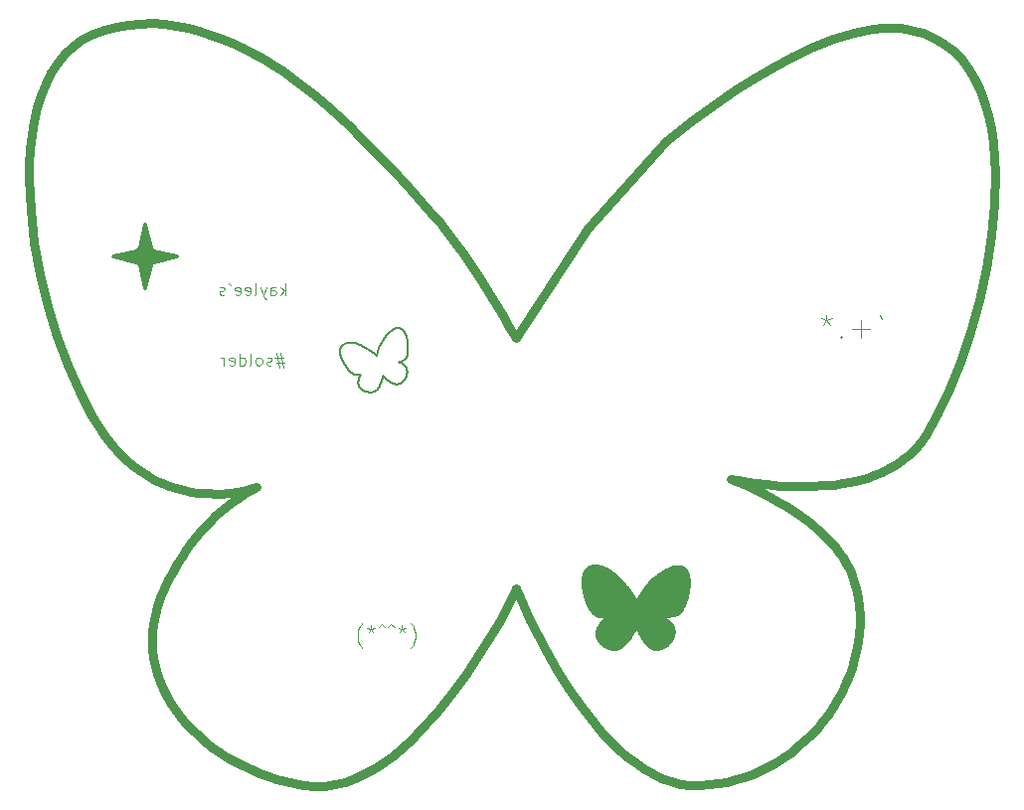
<source format=gbr>
%TF.GenerationSoftware,KiCad,Pcbnew,9.0.2*%
%TF.CreationDate,2025-06-28T05:17:50-07:00*%
%TF.ProjectId,butterfly5,62757474-6572-4666-9c79-352e6b696361,rev?*%
%TF.SameCoordinates,Original*%
%TF.FileFunction,Legend,Bot*%
%TF.FilePolarity,Positive*%
%FSLAX46Y46*%
G04 Gerber Fmt 4.6, Leading zero omitted, Abs format (unit mm)*
G04 Created by KiCad (PCBNEW 9.0.2) date 2025-06-28 05:17:50*
%MOMM*%
%LPD*%
G01*
G04 APERTURE LIST*
%ADD10C,0.000000*%
%ADD11C,0.761999*%
%ADD12C,0.063499*%
%ADD13C,0.132291*%
%ADD14C,0.100000*%
G04 APERTURE END LIST*
D10*
G36*
X116814781Y-81742515D02*
G01*
X116829479Y-81744187D01*
X116844012Y-81746974D01*
X116858297Y-81750875D01*
X116872251Y-81755891D01*
X116885791Y-81762021D01*
X116898836Y-81769266D01*
X116911301Y-81777626D01*
X116923105Y-81787101D01*
X116934165Y-81797690D01*
X116944397Y-81809393D01*
X116953720Y-81822211D01*
X116962050Y-81836144D01*
X116969306Y-81851192D01*
X116975404Y-81867354D01*
X116980261Y-81884631D01*
X117437963Y-83824313D01*
X117441415Y-83836937D01*
X117445706Y-83849176D01*
X117450804Y-83861000D01*
X117456676Y-83872376D01*
X117463289Y-83883270D01*
X117470612Y-83893650D01*
X117478612Y-83903485D01*
X117487255Y-83912740D01*
X117496510Y-83921384D01*
X117506344Y-83929384D01*
X117516724Y-83936707D01*
X117527617Y-83943322D01*
X117538992Y-83949194D01*
X117550816Y-83954293D01*
X117563056Y-83958585D01*
X117575679Y-83962037D01*
X119515366Y-84419739D01*
X119532643Y-84424596D01*
X119548806Y-84430694D01*
X119563854Y-84437950D01*
X119577787Y-84446280D01*
X119590605Y-84455603D01*
X119602309Y-84465835D01*
X119612899Y-84476895D01*
X119622373Y-84488699D01*
X119630733Y-84501164D01*
X119637978Y-84514209D01*
X119644109Y-84527749D01*
X119649125Y-84541703D01*
X119653026Y-84555988D01*
X119655813Y-84570521D01*
X119657485Y-84585219D01*
X119658042Y-84600000D01*
X119657485Y-84614781D01*
X119655813Y-84629479D01*
X119653026Y-84644012D01*
X119649125Y-84658297D01*
X119644109Y-84672251D01*
X119637978Y-84685791D01*
X119630733Y-84698836D01*
X119622373Y-84711301D01*
X119612899Y-84723105D01*
X119602309Y-84734165D01*
X119590605Y-84744397D01*
X119577787Y-84753720D01*
X119563854Y-84762050D01*
X119548806Y-84769306D01*
X119532643Y-84775404D01*
X119515366Y-84780261D01*
X117575679Y-85237963D01*
X117563056Y-85241415D01*
X117550816Y-85245706D01*
X117538992Y-85250804D01*
X117527617Y-85256676D01*
X117516724Y-85263289D01*
X117506344Y-85270612D01*
X117496510Y-85278612D01*
X117487255Y-85287255D01*
X117478612Y-85296510D01*
X117470612Y-85306344D01*
X117463289Y-85316724D01*
X117456676Y-85327617D01*
X117450804Y-85338992D01*
X117445706Y-85350816D01*
X117441415Y-85363056D01*
X117437963Y-85375679D01*
X116980261Y-87315366D01*
X116975404Y-87332643D01*
X116969306Y-87348806D01*
X116962050Y-87363854D01*
X116953720Y-87377787D01*
X116944397Y-87390605D01*
X116934165Y-87402309D01*
X116923105Y-87412899D01*
X116911301Y-87422373D01*
X116898836Y-87430733D01*
X116885791Y-87437978D01*
X116872251Y-87444109D01*
X116858297Y-87449125D01*
X116844012Y-87453026D01*
X116829479Y-87455813D01*
X116814781Y-87457485D01*
X116800000Y-87458042D01*
X116785219Y-87457485D01*
X116770521Y-87455813D01*
X116755988Y-87453026D01*
X116741703Y-87449125D01*
X116727749Y-87444109D01*
X116714209Y-87437978D01*
X116701164Y-87430733D01*
X116688699Y-87422373D01*
X116676895Y-87412899D01*
X116665835Y-87402309D01*
X116655603Y-87390605D01*
X116646280Y-87377787D01*
X116637950Y-87363854D01*
X116630694Y-87348806D01*
X116624596Y-87332643D01*
X116619739Y-87315366D01*
X116162037Y-85375679D01*
X116158585Y-85363056D01*
X116154293Y-85350816D01*
X116149194Y-85338992D01*
X116143322Y-85327617D01*
X116136707Y-85316724D01*
X116129384Y-85306344D01*
X116121384Y-85296510D01*
X116112740Y-85287255D01*
X116103485Y-85278612D01*
X116093650Y-85270612D01*
X116083270Y-85263289D01*
X116072376Y-85256676D01*
X116061000Y-85250804D01*
X116049176Y-85245706D01*
X116036937Y-85241415D01*
X116024313Y-85237963D01*
X114084631Y-84780261D01*
X114067354Y-84775404D01*
X114051192Y-84769306D01*
X114036144Y-84762050D01*
X114022211Y-84753720D01*
X114009393Y-84744397D01*
X113997690Y-84734165D01*
X113987101Y-84723105D01*
X113977626Y-84711301D01*
X113969266Y-84698836D01*
X113962021Y-84685791D01*
X113955891Y-84672251D01*
X113950875Y-84658297D01*
X113946974Y-84644012D01*
X113944187Y-84629479D01*
X113942515Y-84614781D01*
X113941958Y-84600000D01*
X113942515Y-84585219D01*
X113944187Y-84570521D01*
X113946974Y-84555988D01*
X113950875Y-84541703D01*
X113955891Y-84527749D01*
X113962021Y-84514209D01*
X113969266Y-84501164D01*
X113977626Y-84488699D01*
X113987101Y-84476895D01*
X113997690Y-84465835D01*
X114009393Y-84455603D01*
X114022211Y-84446280D01*
X114036144Y-84437950D01*
X114051192Y-84430694D01*
X114067354Y-84424596D01*
X114084631Y-84419739D01*
X116024313Y-83962037D01*
X116036937Y-83958585D01*
X116049176Y-83954293D01*
X116061000Y-83949194D01*
X116072376Y-83943322D01*
X116083270Y-83936707D01*
X116093650Y-83929384D01*
X116103485Y-83921384D01*
X116112740Y-83912740D01*
X116121384Y-83903485D01*
X116129384Y-83893650D01*
X116136707Y-83883270D01*
X116143322Y-83872376D01*
X116149194Y-83861000D01*
X116154293Y-83849176D01*
X116158585Y-83836937D01*
X116162037Y-83824313D01*
X116619739Y-81884631D01*
X116624596Y-81867354D01*
X116630694Y-81851192D01*
X116637950Y-81836144D01*
X116646280Y-81822211D01*
X116655603Y-81809393D01*
X116665835Y-81797689D01*
X116676895Y-81787100D01*
X116688699Y-81777626D01*
X116701164Y-81769266D01*
X116714209Y-81762021D01*
X116727749Y-81755891D01*
X116741703Y-81750875D01*
X116755988Y-81746974D01*
X116770521Y-81744187D01*
X116785219Y-81742515D01*
X116800000Y-81741958D01*
X116814781Y-81742515D01*
G37*
D11*
X118400000Y-64800000D02*
X119397991Y-64932196D01*
X120385448Y-65126551D01*
X121360243Y-65377798D01*
X122320249Y-65680669D01*
X123263337Y-66029898D01*
X124187380Y-66420217D01*
X125090250Y-66846360D01*
X125969820Y-67303059D01*
X126823960Y-67785047D01*
X127650545Y-68287058D01*
X128447445Y-68803823D01*
X129943682Y-69860549D01*
X131295649Y-70913090D01*
X132486323Y-71919307D01*
X133498682Y-72837065D01*
X134315704Y-73624227D01*
X134920367Y-74238654D01*
X135424524Y-74780761D01*
X136152998Y-75505036D01*
X137938623Y-77331286D01*
X139040460Y-78495195D01*
X140181698Y-79739649D01*
X141287374Y-80999665D01*
X141803450Y-81615202D01*
X142282525Y-82210260D01*
X142794323Y-82879231D01*
X143316855Y-83594209D01*
X143844083Y-84342892D01*
X144369969Y-85112974D01*
X145393571Y-86668128D01*
X146339364Y-88161242D01*
X147159053Y-89493890D01*
X147804340Y-90567644D01*
X148378525Y-91544760D01*
X154474523Y-82210260D01*
X161142021Y-74780761D01*
X163294927Y-73070632D01*
X165665389Y-71351027D01*
X167080592Y-70397022D01*
X168613480Y-69426666D01*
X170237330Y-68474798D01*
X171925420Y-67576255D01*
X173651027Y-66765875D01*
X175387428Y-66078497D01*
X177107901Y-65548957D01*
X177953813Y-65354264D01*
X178785722Y-65212095D01*
X179600288Y-65126805D01*
X180394170Y-65102749D01*
X181164028Y-65144280D01*
X181906522Y-65255755D01*
X182966563Y-65541194D01*
X183931480Y-65942585D01*
X184804215Y-66453462D01*
X185587710Y-67067359D01*
X186284907Y-67777811D01*
X186898749Y-68578352D01*
X187432178Y-69462516D01*
X187888137Y-70423837D01*
X188269567Y-71455849D01*
X188579411Y-72552086D01*
X188820612Y-73706084D01*
X188996111Y-74911375D01*
X189161776Y-77449975D01*
X189099943Y-80116160D01*
X188834151Y-82858204D01*
X188387940Y-85624379D01*
X187784848Y-88362960D01*
X187048413Y-91022219D01*
X186202174Y-93550430D01*
X185269670Y-95895867D01*
X184274439Y-98006801D01*
X183240020Y-99831508D01*
X182823743Y-100428786D01*
X182363237Y-100971997D01*
X181862267Y-101463444D01*
X181324603Y-101905428D01*
X180754010Y-102300253D01*
X180154256Y-102650220D01*
X179529108Y-102957632D01*
X178882334Y-103224790D01*
X178217700Y-103453997D01*
X177538974Y-103647555D01*
X176849923Y-103807766D01*
X176154315Y-103936933D01*
X175455916Y-104037357D01*
X174758493Y-104111341D01*
X173381647Y-104189197D01*
X172053915Y-104188918D01*
X170805433Y-104128922D01*
X169666340Y-104027626D01*
X168666773Y-103903448D01*
X167206769Y-103660114D01*
X166666523Y-103546260D01*
X167071462Y-103702235D01*
X168150134Y-104164376D01*
X168878304Y-104507547D01*
X169698325Y-104924005D01*
X170584673Y-105412665D01*
X171511820Y-105972444D01*
X172454238Y-106602256D01*
X173386402Y-107301017D01*
X174282783Y-108067641D01*
X174709579Y-108476064D01*
X175117856Y-108901045D01*
X175504425Y-109342450D01*
X175866094Y-109800144D01*
X176199672Y-110273990D01*
X176501969Y-110763852D01*
X176769793Y-111269597D01*
X176999954Y-111791086D01*
X177189261Y-112328186D01*
X177334523Y-112880761D01*
X177476941Y-113647593D01*
X177570607Y-114413352D01*
X177616787Y-115176577D01*
X177616751Y-115935810D01*
X177571766Y-116689589D01*
X177483099Y-117436455D01*
X177352020Y-118174946D01*
X177179796Y-118903604D01*
X176967694Y-119620968D01*
X176716983Y-120325577D01*
X176428931Y-121015972D01*
X176104805Y-121690693D01*
X175745874Y-122348278D01*
X175353405Y-122987269D01*
X174928667Y-123606204D01*
X174472928Y-124203624D01*
X173987454Y-124778069D01*
X173473515Y-125328078D01*
X172932379Y-125852191D01*
X172365312Y-126348948D01*
X171773584Y-126816888D01*
X171158461Y-127254553D01*
X170521213Y-127660480D01*
X169863107Y-128033211D01*
X169185410Y-128371286D01*
X168489392Y-128673242D01*
X167776319Y-128937622D01*
X167047460Y-129162964D01*
X166304083Y-129347809D01*
X165547455Y-129490696D01*
X164778845Y-129590164D01*
X163999521Y-129644755D01*
X163168051Y-129628427D01*
X162350640Y-129515979D01*
X161548096Y-129313748D01*
X160761229Y-129028074D01*
X159990847Y-128665292D01*
X159237761Y-128231740D01*
X158502778Y-127733756D01*
X157786708Y-127177678D01*
X157090360Y-126569842D01*
X156414544Y-125916586D01*
X155760067Y-125224248D01*
X155127740Y-124499165D01*
X153932770Y-122976114D01*
X152836105Y-121398133D01*
X151844220Y-119815921D01*
X150963586Y-118280179D01*
X150200675Y-116841606D01*
X149561962Y-115550901D01*
X148683014Y-113615895D01*
X148378525Y-112880761D01*
X147991072Y-113663519D01*
X146888529Y-115714180D01*
X146097139Y-117075469D01*
X145160623Y-118586327D01*
X144090197Y-120190953D01*
X142897078Y-121833544D01*
X141592480Y-123458298D01*
X140187620Y-125009412D01*
X139451097Y-125739917D01*
X138693713Y-126431085D01*
X137916872Y-127075943D01*
X137121975Y-127667515D01*
X136310424Y-128198825D01*
X135483621Y-128662899D01*
X134642968Y-129052761D01*
X133789868Y-129361435D01*
X132925721Y-129581947D01*
X132051930Y-129707321D01*
X131169897Y-129730582D01*
X130281024Y-129644755D01*
X129513300Y-129504266D01*
X128751697Y-129329868D01*
X127998154Y-129122479D01*
X127254613Y-128883016D01*
X126523013Y-128612398D01*
X125805297Y-128311540D01*
X125103404Y-127981361D01*
X124419274Y-127622778D01*
X123754849Y-127236708D01*
X123112068Y-126824069D01*
X122492873Y-126385778D01*
X121899204Y-125922752D01*
X121333002Y-125435910D01*
X120796207Y-124926167D01*
X120290760Y-124394442D01*
X119818601Y-123841652D01*
X119381671Y-123268715D01*
X118981910Y-122676547D01*
X118621259Y-122066067D01*
X118301659Y-121438191D01*
X118025051Y-120793837D01*
X117793374Y-120133922D01*
X117608569Y-119459364D01*
X117472577Y-118771080D01*
X117387339Y-118069987D01*
X117354794Y-117357004D01*
X117376885Y-116633046D01*
X117455550Y-115899032D01*
X117592731Y-115155880D01*
X117790369Y-114404505D01*
X118050403Y-113645826D01*
X118374775Y-112880761D01*
X118738131Y-112133277D01*
X119112823Y-111426012D01*
X119497352Y-110757884D01*
X119890217Y-110127812D01*
X120289920Y-109534714D01*
X120694959Y-108977510D01*
X121103835Y-108455117D01*
X121515048Y-107966455D01*
X121927099Y-107510442D01*
X122338486Y-107085997D01*
X122747711Y-106692039D01*
X123153274Y-106327485D01*
X123553674Y-105991256D01*
X123947411Y-105682269D01*
X124332987Y-105399443D01*
X124708900Y-105141697D01*
X125073651Y-104907950D01*
X125425740Y-104697120D01*
X126085932Y-104339886D01*
X126235307Y-104269550D01*
X125947863Y-104353769D01*
X125066263Y-104555873D01*
X124080018Y-104711933D01*
X123006290Y-104796416D01*
X121862241Y-104783789D01*
X121269209Y-104733079D01*
X120665033Y-104648518D01*
X120051857Y-104526912D01*
X119431827Y-104365070D01*
X118807089Y-104159800D01*
X118179787Y-103907911D01*
X117552066Y-103606212D01*
X116926072Y-103251509D01*
X116303950Y-102840613D01*
X115687846Y-102370330D01*
X115079904Y-101837470D01*
X114482270Y-101238841D01*
X113897089Y-100571251D01*
X113326507Y-99831508D01*
X112218322Y-98113171D01*
X111158273Y-96099457D01*
X110167708Y-93841014D01*
X109267975Y-91388490D01*
X108480420Y-88792532D01*
X107826391Y-86103789D01*
X107327236Y-83372909D01*
X107004302Y-80650541D01*
X106878938Y-77987331D01*
X106897015Y-76693738D01*
X106972490Y-75433928D01*
X107108030Y-74214232D01*
X107306305Y-73040981D01*
X107569983Y-71920506D01*
X107901732Y-70859137D01*
X108304221Y-69863206D01*
X108780119Y-68939045D01*
X109332092Y-68092982D01*
X109962811Y-67331351D01*
X110674944Y-66660482D01*
X111471158Y-66086706D01*
X112354123Y-65616353D01*
X113326507Y-65255755D01*
X114345251Y-64998149D01*
X115364100Y-64829038D01*
X116380926Y-64743154D01*
X117393602Y-64735231D01*
X118400000Y-64800000D01*
D12*
X155270453Y-110857146D02*
X155383415Y-110872102D01*
X155495081Y-110894078D01*
X155605207Y-110922466D01*
X155713550Y-110956655D01*
X155819867Y-110996037D01*
X155923913Y-111040002D01*
X156025445Y-111087941D01*
X156124221Y-111139246D01*
X156219995Y-111193306D01*
X156312525Y-111249513D01*
X156401567Y-111307257D01*
X156487235Y-111366184D01*
X156569092Y-111425572D01*
X156646900Y-111484831D01*
X156720421Y-111543374D01*
X156789418Y-111600610D01*
X156853653Y-111655952D01*
X156912888Y-111708811D01*
X156966886Y-111758598D01*
X156991854Y-111782167D01*
X157015432Y-111804755D01*
X157058297Y-111846688D01*
X157095244Y-111883809D01*
X157126038Y-111915529D01*
X157139059Y-111929183D01*
X157150449Y-111941270D01*
X157160179Y-111951716D01*
X157168224Y-111960447D01*
X157174557Y-111967392D01*
X157179145Y-111972476D01*
X157180775Y-111974292D01*
X157181960Y-111975619D01*
X157182807Y-111976466D01*
X157186998Y-111980600D01*
X157203106Y-111996496D01*
X157228636Y-112021877D01*
X157262563Y-112055820D01*
X157303847Y-112097414D01*
X157351442Y-112145769D01*
X157404307Y-112199984D01*
X157461403Y-112259157D01*
X157584059Y-112388724D01*
X157647640Y-112457414D01*
X157711323Y-112527497D01*
X157774060Y-112598067D01*
X157834801Y-112668216D01*
X157892497Y-112737036D01*
X157946099Y-112803619D01*
X158003368Y-112878472D01*
X158061793Y-112958410D01*
X158120700Y-113042056D01*
X158179413Y-113128032D01*
X158237260Y-113214960D01*
X158293564Y-113301463D01*
X158398853Y-113467683D01*
X158446577Y-113544789D01*
X158490116Y-113616061D01*
X158561963Y-113735611D01*
X158582879Y-113770917D01*
X158600000Y-113800000D01*
X159249224Y-112805894D01*
X159250558Y-112803848D01*
X159252166Y-112802049D01*
X159993000Y-111976549D01*
X159994439Y-111974978D01*
X159996026Y-111973594D01*
X160016664Y-111997736D01*
X159996048Y-111973573D01*
X159996055Y-111973569D01*
X159996063Y-111973564D01*
X159996071Y-111973560D01*
X159996075Y-111973558D01*
X159996079Y-111973555D01*
X159996083Y-111973553D01*
X159996087Y-111973550D01*
X159996091Y-111973547D01*
X159996095Y-111973544D01*
X159996099Y-111973541D01*
X159996103Y-111973538D01*
X159996107Y-111973534D01*
X159996111Y-111973530D01*
X159996119Y-111973522D01*
X159996129Y-111973513D01*
X159996150Y-111973495D01*
X159996175Y-111973474D01*
X159996203Y-111973452D01*
X159996234Y-111973428D01*
X159996268Y-111973402D01*
X159996344Y-111973346D01*
X159996412Y-111973282D01*
X159996490Y-111973211D01*
X159996578Y-111973132D01*
X159996674Y-111973047D01*
X159996894Y-111972856D01*
X159997148Y-111972641D01*
X160000344Y-111969955D01*
X160005562Y-111965559D01*
X160012747Y-111959537D01*
X160032899Y-111942864D01*
X160045758Y-111932328D01*
X160060415Y-111920408D01*
X160094917Y-111892655D01*
X160136041Y-111860085D01*
X160183416Y-111823183D01*
X160236670Y-111782431D01*
X160295427Y-111738320D01*
X160359340Y-111691316D01*
X160428037Y-111641906D01*
X160501145Y-111590575D01*
X160578293Y-111537809D01*
X160659107Y-111484094D01*
X160743216Y-111429915D01*
X160830247Y-111375758D01*
X160919818Y-111322117D01*
X161011639Y-111269428D01*
X161105337Y-111218185D01*
X161200537Y-111168879D01*
X161296863Y-111122005D01*
X161393942Y-111078054D01*
X161491400Y-111037521D01*
X161588860Y-111000898D01*
X161637407Y-110984229D01*
X161685891Y-110968695D01*
X161734263Y-110954363D01*
X161782471Y-110941301D01*
X161830467Y-110929577D01*
X161878201Y-110919259D01*
X161925622Y-110910414D01*
X161972681Y-110903111D01*
X162019328Y-110897416D01*
X162065512Y-110893398D01*
X162111184Y-110891124D01*
X162156294Y-110890663D01*
X162200793Y-110892081D01*
X162244629Y-110895447D01*
X162287754Y-110900829D01*
X162330117Y-110908294D01*
X162392595Y-110923034D01*
X162452278Y-110941220D01*
X162509208Y-110962750D01*
X162563427Y-110987524D01*
X162614976Y-111015443D01*
X162663897Y-111046405D01*
X162710232Y-111080311D01*
X162754022Y-111117060D01*
X162795308Y-111156552D01*
X162834133Y-111198687D01*
X162870537Y-111243364D01*
X162904564Y-111290483D01*
X162936253Y-111339944D01*
X162965647Y-111391646D01*
X162992787Y-111445490D01*
X163017716Y-111501374D01*
X163040385Y-111558946D01*
X163060965Y-111618370D01*
X163079499Y-111679553D01*
X163096033Y-111742400D01*
X163110612Y-111806819D01*
X163123280Y-111872717D01*
X163134083Y-111940001D01*
X163143065Y-112008577D01*
X163150271Y-112078352D01*
X163155745Y-112149234D01*
X163159534Y-112221128D01*
X163161680Y-112293942D01*
X163162230Y-112367583D01*
X163161229Y-112441957D01*
X163158720Y-112516971D01*
X163154749Y-112592532D01*
X163142588Y-112745051D01*
X163125061Y-112898971D01*
X163102496Y-113053574D01*
X163075218Y-113208140D01*
X163043553Y-113361950D01*
X163007825Y-113514282D01*
X162968363Y-113664419D01*
X162925490Y-113811640D01*
X162879534Y-113955225D01*
X162830819Y-114094454D01*
X162779672Y-114228609D01*
X162726419Y-114356970D01*
X162671385Y-114478816D01*
X162614896Y-114593428D01*
X162557278Y-114700086D01*
X162498858Y-114798071D01*
X162475506Y-114833329D01*
X162450841Y-114866974D01*
X162424921Y-114899039D01*
X162397800Y-114929560D01*
X162369534Y-114958571D01*
X162340179Y-114986106D01*
X162309791Y-115012201D01*
X162278426Y-115036889D01*
X162246139Y-115060205D01*
X162212986Y-115082183D01*
X162179023Y-115102858D01*
X162144306Y-115122265D01*
X162072832Y-115157410D01*
X161999009Y-115187895D01*
X161923285Y-115213995D01*
X161846105Y-115235987D01*
X161767916Y-115254145D01*
X161689164Y-115268746D01*
X161610295Y-115280066D01*
X161531755Y-115288381D01*
X161453991Y-115293966D01*
X161377448Y-115297097D01*
X161308544Y-115298042D01*
X161241127Y-115297359D01*
X161175517Y-115295243D01*
X161112033Y-115291892D01*
X161050997Y-115287502D01*
X160992727Y-115282270D01*
X160937544Y-115276393D01*
X160885767Y-115270067D01*
X160919603Y-115286761D01*
X160954806Y-115304647D01*
X160991218Y-115323718D01*
X161028679Y-115343968D01*
X161067031Y-115365392D01*
X161106116Y-115387983D01*
X161145774Y-115411738D01*
X161185847Y-115436649D01*
X161238497Y-115470883D01*
X161291397Y-115507173D01*
X161344169Y-115545507D01*
X161396435Y-115585872D01*
X161447818Y-115628256D01*
X161497942Y-115672648D01*
X161546427Y-115719034D01*
X161592898Y-115767404D01*
X161636976Y-115817745D01*
X161678283Y-115870045D01*
X161716443Y-115924291D01*
X161751078Y-115980472D01*
X161781811Y-116038576D01*
X161795596Y-116068345D01*
X161808263Y-116098590D01*
X161819767Y-116129310D01*
X161830058Y-116160503D01*
X161839091Y-116192168D01*
X161846818Y-116224302D01*
X161863005Y-116311417D01*
X161873659Y-116398391D01*
X161878924Y-116485060D01*
X161878946Y-116571259D01*
X161873867Y-116656824D01*
X161863832Y-116741589D01*
X161848986Y-116825390D01*
X161829472Y-116908063D01*
X161805433Y-116989443D01*
X161777016Y-117069365D01*
X161744363Y-117147664D01*
X161707618Y-117224175D01*
X161666926Y-117298735D01*
X161622430Y-117371178D01*
X161574276Y-117441340D01*
X161522606Y-117509056D01*
X161467566Y-117574161D01*
X161409298Y-117636490D01*
X161347947Y-117695880D01*
X161283658Y-117752165D01*
X161216574Y-117805180D01*
X161146840Y-117854762D01*
X161074599Y-117900744D01*
X160999996Y-117942964D01*
X160923174Y-117981255D01*
X160844278Y-118015453D01*
X160763452Y-118045394D01*
X160680840Y-118070912D01*
X160596586Y-118091844D01*
X160510834Y-118108024D01*
X160423728Y-118119288D01*
X160335413Y-118125471D01*
X160287060Y-118125962D01*
X160239165Y-118123581D01*
X160191739Y-118118427D01*
X160144796Y-118110598D01*
X160098347Y-118100193D01*
X160052406Y-118087313D01*
X160006984Y-118072056D01*
X159962094Y-118054521D01*
X159917748Y-118034807D01*
X159873960Y-118013013D01*
X159830741Y-117989238D01*
X159788103Y-117963582D01*
X159746060Y-117936144D01*
X159704624Y-117907022D01*
X159663806Y-117876315D01*
X159623620Y-117844124D01*
X159584034Y-117810502D01*
X159545038Y-117775532D01*
X159506643Y-117739302D01*
X159468861Y-117701904D01*
X159431702Y-117663428D01*
X159395177Y-117623964D01*
X159359298Y-117583603D01*
X159324075Y-117542436D01*
X159289519Y-117500552D01*
X159255641Y-117458042D01*
X159222453Y-117414996D01*
X159189965Y-117371506D01*
X159127133Y-117283551D01*
X159067233Y-117194900D01*
X159010259Y-117106133D01*
X158956315Y-117017976D01*
X158905492Y-116931137D01*
X158857879Y-116846325D01*
X158813566Y-116764245D01*
X158772643Y-116685607D01*
X158735199Y-116611118D01*
X158701325Y-116541485D01*
X158671082Y-116477361D01*
X158644575Y-116419475D01*
X158621889Y-116368535D01*
X158603112Y-116325246D01*
X158595915Y-116308228D01*
X158590062Y-116319920D01*
X158583702Y-116332485D01*
X158559998Y-116378441D01*
X158531473Y-116432447D01*
X158498280Y-116493729D01*
X158460576Y-116561509D01*
X158418520Y-116634994D01*
X158372244Y-116713454D01*
X158321905Y-116796109D01*
X158267657Y-116882181D01*
X158209657Y-116970891D01*
X158148060Y-117061461D01*
X158083022Y-117153112D01*
X158014700Y-117245065D01*
X157943258Y-117336515D01*
X157868751Y-117426820D01*
X157791334Y-117515185D01*
X157751581Y-117558391D01*
X157711159Y-117600813D01*
X157670086Y-117642352D01*
X157628381Y-117682909D01*
X157586063Y-117722384D01*
X157543153Y-117760677D01*
X157499668Y-117797689D01*
X157455629Y-117833321D01*
X157411054Y-117867473D01*
X157365962Y-117900046D01*
X157320346Y-117930960D01*
X157274181Y-117960135D01*
X157227489Y-117987463D01*
X157180293Y-118012835D01*
X157132615Y-118036142D01*
X157084477Y-118057276D01*
X157035900Y-118076127D01*
X156986907Y-118092586D01*
X156937520Y-118106545D01*
X156887761Y-118117894D01*
X156837652Y-118126525D01*
X156787214Y-118132328D01*
X156736471Y-118135195D01*
X156685444Y-118135017D01*
X156634155Y-118131685D01*
X156582626Y-118125090D01*
X156496044Y-118109249D01*
X156410131Y-118089582D01*
X156325108Y-118066190D01*
X156241192Y-118039173D01*
X156158604Y-118008633D01*
X156077563Y-117974669D01*
X155998288Y-117937382D01*
X155920998Y-117896874D01*
X155845913Y-117853244D01*
X155773251Y-117806595D01*
X155703233Y-117757025D01*
X155636077Y-117704636D01*
X155572003Y-117649528D01*
X155511229Y-117591803D01*
X155453976Y-117531561D01*
X155400462Y-117468902D01*
X155350742Y-117403693D01*
X155305230Y-117336242D01*
X155264152Y-117266658D01*
X155227732Y-117195050D01*
X155196196Y-117121528D01*
X155169768Y-117046200D01*
X155148673Y-116969178D01*
X155133137Y-116890568D01*
X155123384Y-116810482D01*
X155119639Y-116729028D01*
X155120090Y-116687822D01*
X155122128Y-116646315D01*
X155125780Y-116604521D01*
X155131075Y-116562453D01*
X155138040Y-116520125D01*
X155146705Y-116477551D01*
X155157096Y-116434744D01*
X155169243Y-116391718D01*
X155183173Y-116348487D01*
X155198914Y-116305064D01*
X155216495Y-116261463D01*
X155235944Y-116217698D01*
X155276410Y-116134420D01*
X155318141Y-116055554D01*
X155360976Y-115980982D01*
X155404749Y-115910588D01*
X155449300Y-115844256D01*
X155494464Y-115781870D01*
X155540078Y-115723312D01*
X155585979Y-115668466D01*
X155632005Y-115617216D01*
X155677993Y-115569445D01*
X155723778Y-115525037D01*
X155769199Y-115483875D01*
X155814092Y-115445842D01*
X155858294Y-115410823D01*
X155901642Y-115378700D01*
X155943973Y-115349357D01*
X155890210Y-115356376D01*
X155834321Y-115361585D01*
X155776499Y-115364692D01*
X155746925Y-115365367D01*
X155716941Y-115365407D01*
X155686571Y-115364775D01*
X155655840Y-115363436D01*
X155624771Y-115361353D01*
X155593390Y-115358489D01*
X155561720Y-115354808D01*
X155529786Y-115350274D01*
X155497613Y-115344850D01*
X155465223Y-115338499D01*
X155415357Y-115326919D01*
X155365179Y-115312972D01*
X155314773Y-115296535D01*
X155264227Y-115277483D01*
X155213627Y-115255692D01*
X155163059Y-115231038D01*
X155112608Y-115203398D01*
X155062362Y-115172647D01*
X155012407Y-115138662D01*
X154962828Y-115101319D01*
X154913711Y-115060492D01*
X154865144Y-115016060D01*
X154817212Y-114967897D01*
X154770001Y-114915879D01*
X154723598Y-114859884D01*
X154678088Y-114799786D01*
X154615251Y-114707692D01*
X154553517Y-114606688D01*
X154493181Y-114497481D01*
X154434536Y-114380777D01*
X154377877Y-114257282D01*
X154323497Y-114127702D01*
X154271690Y-113992744D01*
X154222750Y-113853113D01*
X154176970Y-113709515D01*
X154134646Y-113562658D01*
X154096070Y-113413247D01*
X154061537Y-113261988D01*
X154031340Y-113109588D01*
X154005774Y-112956753D01*
X153985131Y-112804189D01*
X153969707Y-112652601D01*
X153959781Y-112502455D01*
X153955669Y-112354429D01*
X153955894Y-112281438D01*
X153957694Y-112209248D01*
X153961109Y-112137950D01*
X153966178Y-112067635D01*
X153972943Y-111998393D01*
X153981444Y-111930315D01*
X153991721Y-111863491D01*
X154003815Y-111798012D01*
X154017765Y-111733968D01*
X154033612Y-111671451D01*
X154051396Y-111610549D01*
X154071158Y-111551355D01*
X154093011Y-111493784D01*
X154116959Y-111438069D01*
X154143041Y-111384309D01*
X154171298Y-111332605D01*
X154201770Y-111283056D01*
X154234498Y-111235765D01*
X154269523Y-111190829D01*
X154306883Y-111148351D01*
X154346621Y-111108429D01*
X154388776Y-111071165D01*
X154433388Y-111036658D01*
X154480499Y-111005009D01*
X154530147Y-110976318D01*
X154582375Y-110950686D01*
X154637221Y-110928212D01*
X154694727Y-110908997D01*
X154752616Y-110893058D01*
X154810516Y-110879712D01*
X154926227Y-110860494D01*
X155041615Y-110850733D01*
X155156439Y-110849820D01*
X155270453Y-110857146D01*
G36*
X155270453Y-110857146D02*
G01*
X155383415Y-110872102D01*
X155495081Y-110894078D01*
X155605207Y-110922466D01*
X155713550Y-110956655D01*
X155819867Y-110996037D01*
X155923913Y-111040002D01*
X156025445Y-111087941D01*
X156124221Y-111139246D01*
X156219995Y-111193306D01*
X156312525Y-111249513D01*
X156401567Y-111307257D01*
X156487235Y-111366184D01*
X156569092Y-111425572D01*
X156646900Y-111484831D01*
X156720421Y-111543374D01*
X156789418Y-111600610D01*
X156853653Y-111655952D01*
X156912888Y-111708811D01*
X156966886Y-111758598D01*
X156991854Y-111782167D01*
X157015432Y-111804755D01*
X157058297Y-111846688D01*
X157095244Y-111883809D01*
X157126038Y-111915529D01*
X157139059Y-111929183D01*
X157150449Y-111941270D01*
X157160179Y-111951716D01*
X157168224Y-111960447D01*
X157174557Y-111967392D01*
X157179145Y-111972476D01*
X157180775Y-111974292D01*
X157181960Y-111975619D01*
X157182807Y-111976466D01*
X157186998Y-111980600D01*
X157203106Y-111996496D01*
X157228636Y-112021877D01*
X157262563Y-112055820D01*
X157303847Y-112097414D01*
X157351442Y-112145769D01*
X157404307Y-112199984D01*
X157461403Y-112259157D01*
X157584059Y-112388724D01*
X157647640Y-112457414D01*
X157711323Y-112527497D01*
X157774060Y-112598067D01*
X157834801Y-112668216D01*
X157892497Y-112737036D01*
X157946099Y-112803619D01*
X158003368Y-112878472D01*
X158061793Y-112958410D01*
X158120700Y-113042056D01*
X158179413Y-113128032D01*
X158237260Y-113214960D01*
X158293564Y-113301463D01*
X158398853Y-113467683D01*
X158446577Y-113544789D01*
X158490116Y-113616061D01*
X158561963Y-113735611D01*
X158582879Y-113770917D01*
X158600000Y-113800000D01*
X159249224Y-112805894D01*
X159250558Y-112803848D01*
X159252166Y-112802049D01*
X159993000Y-111976549D01*
X159994439Y-111974978D01*
X159996026Y-111973594D01*
X160016664Y-111997736D01*
X159996048Y-111973573D01*
X159996055Y-111973569D01*
X159996063Y-111973564D01*
X159996071Y-111973560D01*
X159996075Y-111973558D01*
X159996079Y-111973555D01*
X159996083Y-111973553D01*
X159996087Y-111973550D01*
X159996091Y-111973547D01*
X159996095Y-111973544D01*
X159996099Y-111973541D01*
X159996103Y-111973538D01*
X159996107Y-111973534D01*
X159996111Y-111973530D01*
X159996119Y-111973522D01*
X159996129Y-111973513D01*
X159996150Y-111973495D01*
X159996175Y-111973474D01*
X159996203Y-111973452D01*
X159996234Y-111973428D01*
X159996268Y-111973402D01*
X159996344Y-111973346D01*
X159996412Y-111973282D01*
X159996490Y-111973211D01*
X159996578Y-111973132D01*
X159996674Y-111973047D01*
X159996894Y-111972856D01*
X159997148Y-111972641D01*
X160000344Y-111969955D01*
X160005562Y-111965559D01*
X160012747Y-111959537D01*
X160032899Y-111942864D01*
X160045758Y-111932328D01*
X160060415Y-111920408D01*
X160094917Y-111892655D01*
X160136041Y-111860085D01*
X160183416Y-111823183D01*
X160236670Y-111782431D01*
X160295427Y-111738320D01*
X160359340Y-111691316D01*
X160428037Y-111641906D01*
X160501145Y-111590575D01*
X160578293Y-111537809D01*
X160659107Y-111484094D01*
X160743216Y-111429915D01*
X160830247Y-111375758D01*
X160919818Y-111322117D01*
X161011639Y-111269428D01*
X161105337Y-111218185D01*
X161200537Y-111168879D01*
X161296863Y-111122005D01*
X161393942Y-111078054D01*
X161491400Y-111037521D01*
X161588860Y-111000898D01*
X161637407Y-110984229D01*
X161685891Y-110968695D01*
X161734263Y-110954363D01*
X161782471Y-110941301D01*
X161830467Y-110929577D01*
X161878201Y-110919259D01*
X161925622Y-110910414D01*
X161972681Y-110903111D01*
X162019328Y-110897416D01*
X162065512Y-110893398D01*
X162111184Y-110891124D01*
X162156294Y-110890663D01*
X162200793Y-110892081D01*
X162244629Y-110895447D01*
X162287754Y-110900829D01*
X162330117Y-110908294D01*
X162392595Y-110923034D01*
X162452278Y-110941220D01*
X162509208Y-110962750D01*
X162563427Y-110987524D01*
X162614976Y-111015443D01*
X162663897Y-111046405D01*
X162710232Y-111080311D01*
X162754022Y-111117060D01*
X162795308Y-111156552D01*
X162834133Y-111198687D01*
X162870537Y-111243364D01*
X162904564Y-111290483D01*
X162936253Y-111339944D01*
X162965647Y-111391646D01*
X162992787Y-111445490D01*
X163017716Y-111501374D01*
X163040385Y-111558946D01*
X163060965Y-111618370D01*
X163079499Y-111679553D01*
X163096033Y-111742400D01*
X163110612Y-111806819D01*
X163123280Y-111872717D01*
X163134083Y-111940001D01*
X163143065Y-112008577D01*
X163150271Y-112078352D01*
X163155745Y-112149234D01*
X163159534Y-112221128D01*
X163161680Y-112293942D01*
X163162230Y-112367583D01*
X163161229Y-112441957D01*
X163158720Y-112516971D01*
X163154749Y-112592532D01*
X163142588Y-112745051D01*
X163125061Y-112898971D01*
X163102496Y-113053574D01*
X163075218Y-113208140D01*
X163043553Y-113361950D01*
X163007825Y-113514282D01*
X162968363Y-113664419D01*
X162925490Y-113811640D01*
X162879534Y-113955225D01*
X162830819Y-114094454D01*
X162779672Y-114228609D01*
X162726419Y-114356970D01*
X162671385Y-114478816D01*
X162614896Y-114593428D01*
X162557278Y-114700086D01*
X162498858Y-114798071D01*
X162475506Y-114833329D01*
X162450841Y-114866974D01*
X162424921Y-114899039D01*
X162397800Y-114929560D01*
X162369534Y-114958571D01*
X162340179Y-114986106D01*
X162309791Y-115012201D01*
X162278426Y-115036889D01*
X162246139Y-115060205D01*
X162212986Y-115082183D01*
X162179023Y-115102858D01*
X162144306Y-115122265D01*
X162072832Y-115157410D01*
X161999009Y-115187895D01*
X161923285Y-115213995D01*
X161846105Y-115235987D01*
X161767916Y-115254145D01*
X161689164Y-115268746D01*
X161610295Y-115280066D01*
X161531755Y-115288381D01*
X161453991Y-115293966D01*
X161377448Y-115297097D01*
X161308544Y-115298042D01*
X161241127Y-115297359D01*
X161175517Y-115295243D01*
X161112033Y-115291892D01*
X161050997Y-115287502D01*
X160992727Y-115282270D01*
X160937544Y-115276393D01*
X160885767Y-115270067D01*
X160919603Y-115286761D01*
X160954806Y-115304647D01*
X160991218Y-115323718D01*
X161028679Y-115343968D01*
X161067031Y-115365392D01*
X161106116Y-115387983D01*
X161145774Y-115411738D01*
X161185847Y-115436649D01*
X161238497Y-115470883D01*
X161291397Y-115507173D01*
X161344169Y-115545507D01*
X161396435Y-115585872D01*
X161447818Y-115628256D01*
X161497942Y-115672648D01*
X161546427Y-115719034D01*
X161592898Y-115767404D01*
X161636976Y-115817745D01*
X161678283Y-115870045D01*
X161716443Y-115924291D01*
X161751078Y-115980472D01*
X161781811Y-116038576D01*
X161795596Y-116068345D01*
X161808263Y-116098590D01*
X161819767Y-116129310D01*
X161830058Y-116160503D01*
X161839091Y-116192168D01*
X161846818Y-116224302D01*
X161863005Y-116311417D01*
X161873659Y-116398391D01*
X161878924Y-116485060D01*
X161878946Y-116571259D01*
X161873867Y-116656824D01*
X161863832Y-116741589D01*
X161848986Y-116825390D01*
X161829472Y-116908063D01*
X161805433Y-116989443D01*
X161777016Y-117069365D01*
X161744363Y-117147664D01*
X161707618Y-117224175D01*
X161666926Y-117298735D01*
X161622430Y-117371178D01*
X161574276Y-117441340D01*
X161522606Y-117509056D01*
X161467566Y-117574161D01*
X161409298Y-117636490D01*
X161347947Y-117695880D01*
X161283658Y-117752165D01*
X161216574Y-117805180D01*
X161146840Y-117854762D01*
X161074599Y-117900744D01*
X160999996Y-117942964D01*
X160923174Y-117981255D01*
X160844278Y-118015453D01*
X160763452Y-118045394D01*
X160680840Y-118070912D01*
X160596586Y-118091844D01*
X160510834Y-118108024D01*
X160423728Y-118119288D01*
X160335413Y-118125471D01*
X160287060Y-118125962D01*
X160239165Y-118123581D01*
X160191739Y-118118427D01*
X160144796Y-118110598D01*
X160098347Y-118100193D01*
X160052406Y-118087313D01*
X160006984Y-118072056D01*
X159962094Y-118054521D01*
X159917748Y-118034807D01*
X159873960Y-118013013D01*
X159830741Y-117989238D01*
X159788103Y-117963582D01*
X159746060Y-117936144D01*
X159704624Y-117907022D01*
X159663806Y-117876315D01*
X159623620Y-117844124D01*
X159584034Y-117810502D01*
X159545038Y-117775532D01*
X159506643Y-117739302D01*
X159468861Y-117701904D01*
X159431702Y-117663428D01*
X159395177Y-117623964D01*
X159359298Y-117583603D01*
X159324075Y-117542436D01*
X159289519Y-117500552D01*
X159255641Y-117458042D01*
X159222453Y-117414996D01*
X159189965Y-117371506D01*
X159127133Y-117283551D01*
X159067233Y-117194900D01*
X159010259Y-117106133D01*
X158956315Y-117017976D01*
X158905492Y-116931137D01*
X158857879Y-116846325D01*
X158813566Y-116764245D01*
X158772643Y-116685607D01*
X158735199Y-116611118D01*
X158701325Y-116541485D01*
X158671082Y-116477361D01*
X158644575Y-116419475D01*
X158621889Y-116368535D01*
X158603112Y-116325246D01*
X158595915Y-116308228D01*
X158590062Y-116319920D01*
X158583702Y-116332485D01*
X158559998Y-116378441D01*
X158531473Y-116432447D01*
X158498280Y-116493729D01*
X158460576Y-116561509D01*
X158418520Y-116634994D01*
X158372244Y-116713454D01*
X158321905Y-116796109D01*
X158267657Y-116882181D01*
X158209657Y-116970891D01*
X158148060Y-117061461D01*
X158083022Y-117153112D01*
X158014700Y-117245065D01*
X157943258Y-117336515D01*
X157868751Y-117426820D01*
X157791334Y-117515185D01*
X157751581Y-117558391D01*
X157711159Y-117600813D01*
X157670086Y-117642352D01*
X157628381Y-117682909D01*
X157586063Y-117722384D01*
X157543153Y-117760677D01*
X157499668Y-117797689D01*
X157455629Y-117833321D01*
X157411054Y-117867473D01*
X157365962Y-117900046D01*
X157320346Y-117930960D01*
X157274181Y-117960135D01*
X157227489Y-117987463D01*
X157180293Y-118012835D01*
X157132615Y-118036142D01*
X157084477Y-118057276D01*
X157035900Y-118076127D01*
X156986907Y-118092586D01*
X156937520Y-118106545D01*
X156887761Y-118117894D01*
X156837652Y-118126525D01*
X156787214Y-118132328D01*
X156736471Y-118135195D01*
X156685444Y-118135017D01*
X156634155Y-118131685D01*
X156582626Y-118125090D01*
X156496044Y-118109249D01*
X156410131Y-118089582D01*
X156325108Y-118066190D01*
X156241192Y-118039173D01*
X156158604Y-118008633D01*
X156077563Y-117974669D01*
X155998288Y-117937382D01*
X155920998Y-117896874D01*
X155845913Y-117853244D01*
X155773251Y-117806595D01*
X155703233Y-117757025D01*
X155636077Y-117704636D01*
X155572003Y-117649528D01*
X155511229Y-117591803D01*
X155453976Y-117531561D01*
X155400462Y-117468902D01*
X155350742Y-117403693D01*
X155305230Y-117336242D01*
X155264152Y-117266658D01*
X155227732Y-117195050D01*
X155196196Y-117121528D01*
X155169768Y-117046200D01*
X155148673Y-116969178D01*
X155133137Y-116890568D01*
X155123384Y-116810482D01*
X155119639Y-116729028D01*
X155120090Y-116687822D01*
X155122128Y-116646315D01*
X155125780Y-116604521D01*
X155131075Y-116562453D01*
X155138040Y-116520125D01*
X155146705Y-116477551D01*
X155157096Y-116434744D01*
X155169243Y-116391718D01*
X155183173Y-116348487D01*
X155198914Y-116305064D01*
X155216495Y-116261463D01*
X155235944Y-116217698D01*
X155276410Y-116134420D01*
X155318141Y-116055554D01*
X155360976Y-115980982D01*
X155404749Y-115910588D01*
X155449300Y-115844256D01*
X155494464Y-115781870D01*
X155540078Y-115723312D01*
X155585979Y-115668466D01*
X155632005Y-115617216D01*
X155677993Y-115569445D01*
X155723778Y-115525037D01*
X155769199Y-115483875D01*
X155814092Y-115445842D01*
X155858294Y-115410823D01*
X155901642Y-115378700D01*
X155943973Y-115349357D01*
X155890210Y-115356376D01*
X155834321Y-115361585D01*
X155776499Y-115364692D01*
X155746925Y-115365367D01*
X155716941Y-115365407D01*
X155686571Y-115364775D01*
X155655840Y-115363436D01*
X155624771Y-115361353D01*
X155593390Y-115358489D01*
X155561720Y-115354808D01*
X155529786Y-115350274D01*
X155497613Y-115344850D01*
X155465223Y-115338499D01*
X155415357Y-115326919D01*
X155365179Y-115312972D01*
X155314773Y-115296535D01*
X155264227Y-115277483D01*
X155213627Y-115255692D01*
X155163059Y-115231038D01*
X155112608Y-115203398D01*
X155062362Y-115172647D01*
X155012407Y-115138662D01*
X154962828Y-115101319D01*
X154913711Y-115060492D01*
X154865144Y-115016060D01*
X154817212Y-114967897D01*
X154770001Y-114915879D01*
X154723598Y-114859884D01*
X154678088Y-114799786D01*
X154615251Y-114707692D01*
X154553517Y-114606688D01*
X154493181Y-114497481D01*
X154434536Y-114380777D01*
X154377877Y-114257282D01*
X154323497Y-114127702D01*
X154271690Y-113992744D01*
X154222750Y-113853113D01*
X154176970Y-113709515D01*
X154134646Y-113562658D01*
X154096070Y-113413247D01*
X154061537Y-113261988D01*
X154031340Y-113109588D01*
X154005774Y-112956753D01*
X153985131Y-112804189D01*
X153969707Y-112652601D01*
X153959781Y-112502455D01*
X153955669Y-112354429D01*
X153955894Y-112281438D01*
X153957694Y-112209248D01*
X153961109Y-112137950D01*
X153966178Y-112067635D01*
X153972943Y-111998393D01*
X153981444Y-111930315D01*
X153991721Y-111863491D01*
X154003815Y-111798012D01*
X154017765Y-111733968D01*
X154033612Y-111671451D01*
X154051396Y-111610549D01*
X154071158Y-111551355D01*
X154093011Y-111493784D01*
X154116959Y-111438069D01*
X154143041Y-111384309D01*
X154171298Y-111332605D01*
X154201770Y-111283056D01*
X154234498Y-111235765D01*
X154269523Y-111190829D01*
X154306883Y-111148351D01*
X154346621Y-111108429D01*
X154388776Y-111071165D01*
X154433388Y-111036658D01*
X154480499Y-111005009D01*
X154530147Y-110976318D01*
X154582375Y-110950686D01*
X154637221Y-110928212D01*
X154694727Y-110908997D01*
X154752616Y-110893058D01*
X154810516Y-110879712D01*
X154926227Y-110860494D01*
X155041615Y-110850733D01*
X155156439Y-110849820D01*
X155270453Y-110857146D01*
G37*
D13*
X138357592Y-90683920D02*
X138397600Y-90689101D01*
X138436490Y-90696843D01*
X138474264Y-90707064D01*
X138510925Y-90719681D01*
X138546476Y-90734613D01*
X138580920Y-90751776D01*
X138614260Y-90771089D01*
X138646498Y-90792468D01*
X138677637Y-90815832D01*
X138707680Y-90841097D01*
X138736631Y-90868181D01*
X138764492Y-90897003D01*
X138791265Y-90927478D01*
X138816623Y-90959079D01*
X138840983Y-90992166D01*
X138864358Y-91026671D01*
X138886761Y-91062522D01*
X138908207Y-91099650D01*
X138928709Y-91137983D01*
X138948280Y-91177453D01*
X138966934Y-91217987D01*
X138984684Y-91259517D01*
X139001544Y-91301971D01*
X139017528Y-91345280D01*
X139032648Y-91389374D01*
X139046918Y-91434181D01*
X139060353Y-91479631D01*
X139072965Y-91525655D01*
X139084767Y-91572182D01*
X139106056Y-91666723D01*
X139124372Y-91763125D01*
X139139773Y-91860898D01*
X139152319Y-91959549D01*
X139162069Y-92058588D01*
X139169081Y-92157524D01*
X139173416Y-92255864D01*
X139175133Y-92353118D01*
X139174289Y-92448795D01*
X139170946Y-92542402D01*
X139165161Y-92633450D01*
X139156994Y-92721446D01*
X139146504Y-92805900D01*
X139133750Y-92886319D01*
X139118792Y-92962213D01*
X139101688Y-93033091D01*
X139093644Y-93060664D01*
X139084440Y-93087419D01*
X139074121Y-93113369D01*
X139062733Y-93138526D01*
X139050322Y-93162903D01*
X139036932Y-93186511D01*
X139022611Y-93209362D01*
X139007403Y-93231470D01*
X138991354Y-93252845D01*
X138974510Y-93273502D01*
X138956915Y-93293451D01*
X138938616Y-93312705D01*
X138900088Y-93349176D01*
X138859290Y-93383015D01*
X138816586Y-93414319D01*
X138772341Y-93443186D01*
X138726919Y-93469713D01*
X138680686Y-93494000D01*
X138634007Y-93516144D01*
X138587244Y-93536243D01*
X138540765Y-93554394D01*
X138494932Y-93570697D01*
X138470901Y-93578652D01*
X138447039Y-93586177D01*
X138423390Y-93593288D01*
X138400000Y-93600000D01*
X138401805Y-93600478D01*
X138403611Y-93600966D01*
X138441930Y-93611788D01*
X138481084Y-93623889D01*
X138520814Y-93637344D01*
X138560864Y-93652231D01*
X138600974Y-93668626D01*
X138640887Y-93686606D01*
X138680343Y-93706248D01*
X138719085Y-93727628D01*
X138756855Y-93750825D01*
X138793394Y-93775914D01*
X138828444Y-93802972D01*
X138861747Y-93832077D01*
X138893044Y-93863305D01*
X138922077Y-93896733D01*
X138948589Y-93932437D01*
X138960818Y-93951168D01*
X138972320Y-93970496D01*
X138999450Y-94022001D01*
X139023082Y-94074467D01*
X139043276Y-94127764D01*
X139060089Y-94181764D01*
X139073582Y-94236335D01*
X139083812Y-94291348D01*
X139090838Y-94346674D01*
X139094721Y-94402182D01*
X139095517Y-94457744D01*
X139093287Y-94513228D01*
X139088089Y-94568506D01*
X139079983Y-94623447D01*
X139069026Y-94677923D01*
X139055278Y-94731802D01*
X139038798Y-94784956D01*
X139019644Y-94837254D01*
X138997876Y-94888568D01*
X138973552Y-94938766D01*
X138946732Y-94987720D01*
X138917473Y-95035299D01*
X138885836Y-95081375D01*
X138851879Y-95125816D01*
X138815660Y-95168494D01*
X138777240Y-95209278D01*
X138736676Y-95248039D01*
X138694027Y-95284647D01*
X138649353Y-95318973D01*
X138602712Y-95350886D01*
X138554163Y-95380257D01*
X138503765Y-95406956D01*
X138451577Y-95430853D01*
X138397658Y-95451819D01*
X138366149Y-95461951D01*
X138334441Y-95470091D01*
X138302564Y-95476311D01*
X138270551Y-95480681D01*
X138238435Y-95483275D01*
X138206249Y-95484163D01*
X138174023Y-95483416D01*
X138141791Y-95481108D01*
X138109585Y-95477309D01*
X138077437Y-95472090D01*
X138045380Y-95465524D01*
X138013445Y-95457682D01*
X137981666Y-95448636D01*
X137950074Y-95438457D01*
X137918702Y-95427218D01*
X137887581Y-95414988D01*
X137856627Y-95401789D01*
X137825820Y-95387662D01*
X137795185Y-95372664D01*
X137764746Y-95356849D01*
X137734526Y-95340272D01*
X137704548Y-95322990D01*
X137674838Y-95305057D01*
X137645418Y-95286528D01*
X137587544Y-95247907D01*
X137531115Y-95207569D01*
X137476323Y-95165956D01*
X137423357Y-95123510D01*
X137372134Y-95080436D01*
X137322889Y-95037183D01*
X137275806Y-94994163D01*
X137231070Y-94951788D01*
X137188868Y-94910468D01*
X137149382Y-94870616D01*
X137112800Y-94832643D01*
X137079305Y-94796962D01*
X137067664Y-94784351D01*
X137056478Y-94772131D01*
X137045760Y-94760317D01*
X137035517Y-94748927D01*
X137027627Y-94788473D01*
X137023229Y-94809695D01*
X137018517Y-94831820D01*
X137006915Y-94884006D01*
X136993691Y-94940021D01*
X136978791Y-94999364D01*
X136962163Y-95061538D01*
X136943752Y-95126044D01*
X136923504Y-95192383D01*
X136901366Y-95260055D01*
X136877283Y-95328563D01*
X136851230Y-95397338D01*
X136823013Y-95466229D01*
X136792565Y-95534704D01*
X136759820Y-95602231D01*
X136724709Y-95668278D01*
X136706247Y-95700581D01*
X136687168Y-95732314D01*
X136667465Y-95763412D01*
X136647128Y-95793807D01*
X136626151Y-95823434D01*
X136604524Y-95852226D01*
X136582191Y-95880169D01*
X136559078Y-95907266D01*
X136535175Y-95933431D01*
X136510473Y-95958577D01*
X136484965Y-95982616D01*
X136458640Y-96005462D01*
X136431491Y-96027028D01*
X136403508Y-96047227D01*
X136374684Y-96065972D01*
X136345009Y-96083177D01*
X136314474Y-96098753D01*
X136283072Y-96112616D01*
X136250793Y-96124676D01*
X136217628Y-96134849D01*
X136200711Y-96139200D01*
X136183569Y-96143046D01*
X136166202Y-96146377D01*
X136148607Y-96149181D01*
X136092105Y-96155998D01*
X136035255Y-96160330D01*
X135978211Y-96162194D01*
X135921126Y-96161607D01*
X135864156Y-96158583D01*
X135807454Y-96153140D01*
X135751173Y-96145294D01*
X135695469Y-96135060D01*
X135640494Y-96122455D01*
X135586403Y-96107496D01*
X135533350Y-96090197D01*
X135481489Y-96070575D01*
X135430974Y-96048647D01*
X135381958Y-96024429D01*
X135334596Y-95997936D01*
X135289042Y-95969185D01*
X135244978Y-95937820D01*
X135203074Y-95904157D01*
X135163500Y-95868225D01*
X135144641Y-95849417D01*
X135126429Y-95830053D01*
X135108885Y-95810136D01*
X135092030Y-95789671D01*
X135075886Y-95768661D01*
X135060474Y-95747110D01*
X135045816Y-95725021D01*
X135031933Y-95702398D01*
X135018846Y-95679245D01*
X135006576Y-95655566D01*
X134995146Y-95631364D01*
X134984576Y-95606643D01*
X134974887Y-95581407D01*
X134966101Y-95555660D01*
X134958240Y-95529404D01*
X134951325Y-95502645D01*
X134945376Y-95475386D01*
X134940416Y-95447629D01*
X134936466Y-95419380D01*
X134933546Y-95390642D01*
X134931680Y-95361419D01*
X134930887Y-95331714D01*
X134931189Y-95301530D01*
X134932607Y-95270873D01*
X134935164Y-95239745D01*
X134938879Y-95208150D01*
X134945303Y-95164720D01*
X134952620Y-95122603D01*
X134960784Y-95081784D01*
X134969745Y-95042249D01*
X134979458Y-95003982D01*
X134989873Y-94966966D01*
X135000943Y-94931188D01*
X135012620Y-94896632D01*
X135024857Y-94863282D01*
X135037606Y-94831122D01*
X135050819Y-94800138D01*
X135064448Y-94770315D01*
X135092763Y-94714087D01*
X135122169Y-94662315D01*
X135103457Y-94667589D01*
X135084394Y-94672510D01*
X135064987Y-94677052D01*
X135045244Y-94681188D01*
X135025171Y-94684894D01*
X135004776Y-94688142D01*
X134984066Y-94690908D01*
X134963049Y-94693166D01*
X134929021Y-94695644D01*
X134894366Y-94696671D01*
X134859117Y-94696156D01*
X134823306Y-94694009D01*
X134786964Y-94690142D01*
X134750123Y-94684464D01*
X134712815Y-94676886D01*
X134675073Y-94667319D01*
X134636927Y-94655673D01*
X134598410Y-94641859D01*
X134559554Y-94625786D01*
X134520390Y-94607366D01*
X134480950Y-94586509D01*
X134441267Y-94563126D01*
X134401372Y-94537126D01*
X134361297Y-94508420D01*
X134305209Y-94463909D01*
X134248217Y-94413846D01*
X134190624Y-94358605D01*
X134132733Y-94298556D01*
X134074849Y-94234072D01*
X134017275Y-94165525D01*
X133960315Y-94093286D01*
X133904274Y-94017728D01*
X133849454Y-93939221D01*
X133796160Y-93858139D01*
X133744695Y-93774854D01*
X133695364Y-93689736D01*
X133648470Y-93603157D01*
X133604317Y-93515491D01*
X133563208Y-93427108D01*
X133525449Y-93338380D01*
X133491165Y-93249210D01*
X133460685Y-93159900D01*
X133446989Y-93115314D01*
X133434384Y-93070840D01*
X133422917Y-93026525D01*
X133412633Y-92982419D01*
X133403580Y-92938572D01*
X133395805Y-92895030D01*
X133389353Y-92851844D01*
X133384271Y-92809062D01*
X133380607Y-92766732D01*
X133378406Y-92724905D01*
X133377715Y-92683627D01*
X133378581Y-92642949D01*
X133381088Y-92602526D01*
X133385295Y-92562713D01*
X133391256Y-92523576D01*
X133399023Y-92485184D01*
X133408649Y-92447606D01*
X133420186Y-92410909D01*
X133433687Y-92375162D01*
X133449204Y-92340433D01*
X133466790Y-92306790D01*
X133486497Y-92274300D01*
X133508379Y-92243034D01*
X133532488Y-92213057D01*
X133558876Y-92184439D01*
X133587596Y-92157248D01*
X133618700Y-92131552D01*
X133652241Y-92107419D01*
X133685507Y-92086109D01*
X133719257Y-92066440D01*
X133788067Y-92031849D01*
X133858393Y-92003296D01*
X133929956Y-91980434D01*
X134002477Y-91962913D01*
X134075678Y-91950385D01*
X134149281Y-91942500D01*
X134223006Y-91938909D01*
X134296576Y-91939264D01*
X134369712Y-91943216D01*
X134442134Y-91950416D01*
X134513566Y-91960515D01*
X134583727Y-91973165D01*
X134652340Y-91988015D01*
X134719127Y-92004718D01*
X134783807Y-92022925D01*
X134846983Y-92042574D01*
X134907905Y-92063214D01*
X134966319Y-92084532D01*
X135021972Y-92106215D01*
X135074611Y-92127950D01*
X135123983Y-92149425D01*
X135169836Y-92170325D01*
X135211916Y-92190340D01*
X135250064Y-92209192D01*
X135283995Y-92226568D01*
X135313462Y-92242158D01*
X135338215Y-92255652D01*
X135348746Y-92261519D01*
X135358014Y-92266751D01*
X135372624Y-92275152D01*
X135377896Y-92278243D01*
X135381779Y-92280549D01*
X135382462Y-92280964D01*
X135382778Y-92281154D01*
X135383075Y-92281330D01*
X135385470Y-92282560D01*
X135398156Y-92289122D01*
X135418235Y-92299611D01*
X135444921Y-92313662D01*
X135514975Y-92351071D01*
X135556779Y-92373751D01*
X135602044Y-92398620D01*
X135699703Y-92453471D01*
X135802243Y-92513224D01*
X135853325Y-92544061D01*
X135903207Y-92575070D01*
X135951081Y-92605901D01*
X135996141Y-92636202D01*
X136044980Y-92670822D01*
X136095384Y-92708239D01*
X136146689Y-92747744D01*
X136198228Y-92788627D01*
X136249335Y-92830179D01*
X136299343Y-92871691D01*
X136393400Y-92951758D01*
X136429142Y-92982794D01*
X136462504Y-93012061D01*
X136520624Y-93063703D01*
X136703584Y-92421506D01*
X136704960Y-92416638D01*
X136707077Y-92412034D01*
X136996319Y-91782020D01*
X136998145Y-91778029D01*
X137000499Y-91774310D01*
X137056432Y-91809608D01*
X137000513Y-91774278D01*
X137000515Y-91774276D01*
X137000518Y-91774274D01*
X137000520Y-91774271D01*
X137000523Y-91774268D01*
X137000525Y-91774265D01*
X137000528Y-91774262D01*
X137000530Y-91774259D01*
X137000533Y-91774256D01*
X137000535Y-91774253D01*
X137000538Y-91774249D01*
X137000540Y-91774245D01*
X137000543Y-91774242D01*
X137000545Y-91774238D01*
X137000547Y-91774234D01*
X137000552Y-91774225D01*
X137000562Y-91774208D01*
X137000572Y-91774189D01*
X137000595Y-91774146D01*
X137000608Y-91774123D01*
X137000623Y-91774098D01*
X137000631Y-91774085D01*
X137000639Y-91774072D01*
X137000648Y-91774058D01*
X137000658Y-91774044D01*
X137000827Y-91773777D01*
X137001055Y-91773419D01*
X137001680Y-91772433D01*
X137002523Y-91771096D01*
X137008173Y-91762350D01*
X137017279Y-91748409D01*
X137023087Y-91739603D01*
X137029709Y-91729637D01*
X137045351Y-91706396D01*
X137064070Y-91679033D01*
X137085734Y-91647908D01*
X137110209Y-91613379D01*
X137137352Y-91575822D01*
X137167071Y-91535545D01*
X137199232Y-91492908D01*
X137233705Y-91448273D01*
X137270356Y-91402004D01*
X137309053Y-91354461D01*
X137349664Y-91306007D01*
X137392056Y-91257005D01*
X137436068Y-91207840D01*
X137481714Y-91158724D01*
X137528861Y-91110034D01*
X137577375Y-91062147D01*
X137627125Y-91015441D01*
X137677975Y-90970292D01*
X137703772Y-90948420D01*
X137729795Y-90927079D01*
X137756026Y-90906317D01*
X137782449Y-90886179D01*
X137808928Y-90866800D01*
X137835702Y-90848038D01*
X137862751Y-90829954D01*
X137890057Y-90812612D01*
X137917601Y-90796070D01*
X137945363Y-90780392D01*
X137973325Y-90765639D01*
X138001468Y-90751870D01*
X138029772Y-90739149D01*
X138058218Y-90727537D01*
X138086788Y-90717094D01*
X138115463Y-90707882D01*
X138144223Y-90699963D01*
X138173049Y-90693397D01*
X138201923Y-90688247D01*
X138230825Y-90684573D01*
X138274207Y-90681574D01*
X138316461Y-90681384D01*
X138357592Y-90683920D01*
D14*
X128696115Y-87872419D02*
X128696115Y-86872419D01*
X128600877Y-87491466D02*
X128315163Y-87872419D01*
X128315163Y-87205752D02*
X128696115Y-87586704D01*
X127458020Y-87872419D02*
X127458020Y-87348609D01*
X127458020Y-87348609D02*
X127505639Y-87253371D01*
X127505639Y-87253371D02*
X127600877Y-87205752D01*
X127600877Y-87205752D02*
X127791353Y-87205752D01*
X127791353Y-87205752D02*
X127886591Y-87253371D01*
X127458020Y-87824800D02*
X127553258Y-87872419D01*
X127553258Y-87872419D02*
X127791353Y-87872419D01*
X127791353Y-87872419D02*
X127886591Y-87824800D01*
X127886591Y-87824800D02*
X127934210Y-87729561D01*
X127934210Y-87729561D02*
X127934210Y-87634323D01*
X127934210Y-87634323D02*
X127886591Y-87539085D01*
X127886591Y-87539085D02*
X127791353Y-87491466D01*
X127791353Y-87491466D02*
X127553258Y-87491466D01*
X127553258Y-87491466D02*
X127458020Y-87443847D01*
X127077067Y-87205752D02*
X126838972Y-87872419D01*
X126600877Y-87205752D02*
X126838972Y-87872419D01*
X126838972Y-87872419D02*
X126934210Y-88110514D01*
X126934210Y-88110514D02*
X126981829Y-88158133D01*
X126981829Y-88158133D02*
X127077067Y-88205752D01*
X126077067Y-87872419D02*
X126172305Y-87824800D01*
X126172305Y-87824800D02*
X126219924Y-87729561D01*
X126219924Y-87729561D02*
X126219924Y-86872419D01*
X125315162Y-87824800D02*
X125410400Y-87872419D01*
X125410400Y-87872419D02*
X125600876Y-87872419D01*
X125600876Y-87872419D02*
X125696114Y-87824800D01*
X125696114Y-87824800D02*
X125743733Y-87729561D01*
X125743733Y-87729561D02*
X125743733Y-87348609D01*
X125743733Y-87348609D02*
X125696114Y-87253371D01*
X125696114Y-87253371D02*
X125600876Y-87205752D01*
X125600876Y-87205752D02*
X125410400Y-87205752D01*
X125410400Y-87205752D02*
X125315162Y-87253371D01*
X125315162Y-87253371D02*
X125267543Y-87348609D01*
X125267543Y-87348609D02*
X125267543Y-87443847D01*
X125267543Y-87443847D02*
X125743733Y-87539085D01*
X124458019Y-87824800D02*
X124553257Y-87872419D01*
X124553257Y-87872419D02*
X124743733Y-87872419D01*
X124743733Y-87872419D02*
X124838971Y-87824800D01*
X124838971Y-87824800D02*
X124886590Y-87729561D01*
X124886590Y-87729561D02*
X124886590Y-87348609D01*
X124886590Y-87348609D02*
X124838971Y-87253371D01*
X124838971Y-87253371D02*
X124743733Y-87205752D01*
X124743733Y-87205752D02*
X124553257Y-87205752D01*
X124553257Y-87205752D02*
X124458019Y-87253371D01*
X124458019Y-87253371D02*
X124410400Y-87348609D01*
X124410400Y-87348609D02*
X124410400Y-87443847D01*
X124410400Y-87443847D02*
X124886590Y-87539085D01*
X123934209Y-86872419D02*
X124029447Y-87062895D01*
X123553257Y-87824800D02*
X123458019Y-87872419D01*
X123458019Y-87872419D02*
X123267543Y-87872419D01*
X123267543Y-87872419D02*
X123172305Y-87824800D01*
X123172305Y-87824800D02*
X123124686Y-87729561D01*
X123124686Y-87729561D02*
X123124686Y-87681942D01*
X123124686Y-87681942D02*
X123172305Y-87586704D01*
X123172305Y-87586704D02*
X123267543Y-87539085D01*
X123267543Y-87539085D02*
X123410400Y-87539085D01*
X123410400Y-87539085D02*
X123505638Y-87491466D01*
X123505638Y-87491466D02*
X123553257Y-87396228D01*
X123553257Y-87396228D02*
X123553257Y-87348609D01*
X123553257Y-87348609D02*
X123505638Y-87253371D01*
X123505638Y-87253371D02*
X123410400Y-87205752D01*
X123410400Y-87205752D02*
X123267543Y-87205752D01*
X123267543Y-87205752D02*
X123172305Y-87253371D01*
X179362782Y-89550038D02*
X179553258Y-89930990D01*
X178505639Y-90788133D02*
X176981830Y-90788133D01*
X177743734Y-91550038D02*
X177743734Y-90026228D01*
X176029449Y-91359561D02*
X175934211Y-91454800D01*
X175934211Y-91454800D02*
X176029449Y-91550038D01*
X176029449Y-91550038D02*
X176124687Y-91454800D01*
X176124687Y-91454800D02*
X176029449Y-91359561D01*
X176029449Y-91359561D02*
X176029449Y-91550038D01*
X174791354Y-89550038D02*
X174791354Y-90026228D01*
X175267544Y-89835752D02*
X174791354Y-90026228D01*
X174791354Y-90026228D02*
X174315163Y-89835752D01*
X175077068Y-90407180D02*
X174791354Y-90026228D01*
X174791354Y-90026228D02*
X174505639Y-90407180D01*
X128543734Y-93205752D02*
X127829449Y-93205752D01*
X128258020Y-92777180D02*
X128543734Y-94062895D01*
X127924687Y-93634323D02*
X128638972Y-93634323D01*
X128210401Y-94062895D02*
X127924687Y-92777180D01*
X127543734Y-93824800D02*
X127448496Y-93872419D01*
X127448496Y-93872419D02*
X127258020Y-93872419D01*
X127258020Y-93872419D02*
X127162782Y-93824800D01*
X127162782Y-93824800D02*
X127115163Y-93729561D01*
X127115163Y-93729561D02*
X127115163Y-93681942D01*
X127115163Y-93681942D02*
X127162782Y-93586704D01*
X127162782Y-93586704D02*
X127258020Y-93539085D01*
X127258020Y-93539085D02*
X127400877Y-93539085D01*
X127400877Y-93539085D02*
X127496115Y-93491466D01*
X127496115Y-93491466D02*
X127543734Y-93396228D01*
X127543734Y-93396228D02*
X127543734Y-93348609D01*
X127543734Y-93348609D02*
X127496115Y-93253371D01*
X127496115Y-93253371D02*
X127400877Y-93205752D01*
X127400877Y-93205752D02*
X127258020Y-93205752D01*
X127258020Y-93205752D02*
X127162782Y-93253371D01*
X126543734Y-93872419D02*
X126638972Y-93824800D01*
X126638972Y-93824800D02*
X126686591Y-93777180D01*
X126686591Y-93777180D02*
X126734210Y-93681942D01*
X126734210Y-93681942D02*
X126734210Y-93396228D01*
X126734210Y-93396228D02*
X126686591Y-93300990D01*
X126686591Y-93300990D02*
X126638972Y-93253371D01*
X126638972Y-93253371D02*
X126543734Y-93205752D01*
X126543734Y-93205752D02*
X126400877Y-93205752D01*
X126400877Y-93205752D02*
X126305639Y-93253371D01*
X126305639Y-93253371D02*
X126258020Y-93300990D01*
X126258020Y-93300990D02*
X126210401Y-93396228D01*
X126210401Y-93396228D02*
X126210401Y-93681942D01*
X126210401Y-93681942D02*
X126258020Y-93777180D01*
X126258020Y-93777180D02*
X126305639Y-93824800D01*
X126305639Y-93824800D02*
X126400877Y-93872419D01*
X126400877Y-93872419D02*
X126543734Y-93872419D01*
X125638972Y-93872419D02*
X125734210Y-93824800D01*
X125734210Y-93824800D02*
X125781829Y-93729561D01*
X125781829Y-93729561D02*
X125781829Y-92872419D01*
X124829448Y-93872419D02*
X124829448Y-92872419D01*
X124829448Y-93824800D02*
X124924686Y-93872419D01*
X124924686Y-93872419D02*
X125115162Y-93872419D01*
X125115162Y-93872419D02*
X125210400Y-93824800D01*
X125210400Y-93824800D02*
X125258019Y-93777180D01*
X125258019Y-93777180D02*
X125305638Y-93681942D01*
X125305638Y-93681942D02*
X125305638Y-93396228D01*
X125305638Y-93396228D02*
X125258019Y-93300990D01*
X125258019Y-93300990D02*
X125210400Y-93253371D01*
X125210400Y-93253371D02*
X125115162Y-93205752D01*
X125115162Y-93205752D02*
X124924686Y-93205752D01*
X124924686Y-93205752D02*
X124829448Y-93253371D01*
X123972305Y-93824800D02*
X124067543Y-93872419D01*
X124067543Y-93872419D02*
X124258019Y-93872419D01*
X124258019Y-93872419D02*
X124353257Y-93824800D01*
X124353257Y-93824800D02*
X124400876Y-93729561D01*
X124400876Y-93729561D02*
X124400876Y-93348609D01*
X124400876Y-93348609D02*
X124353257Y-93253371D01*
X124353257Y-93253371D02*
X124258019Y-93205752D01*
X124258019Y-93205752D02*
X124067543Y-93205752D01*
X124067543Y-93205752D02*
X123972305Y-93253371D01*
X123972305Y-93253371D02*
X123924686Y-93348609D01*
X123924686Y-93348609D02*
X123924686Y-93443847D01*
X123924686Y-93443847D02*
X124400876Y-93539085D01*
X123496114Y-93872419D02*
X123496114Y-93205752D01*
X123496114Y-93396228D02*
X123448495Y-93300990D01*
X123448495Y-93300990D02*
X123400876Y-93253371D01*
X123400876Y-93253371D02*
X123305638Y-93205752D01*
X123305638Y-93205752D02*
X123210400Y-93205752D01*
X139400877Y-117956800D02*
X139467544Y-117890133D01*
X139467544Y-117890133D02*
X139600877Y-117690133D01*
X139600877Y-117690133D02*
X139667544Y-117556800D01*
X139667544Y-117556800D02*
X139734211Y-117356800D01*
X139734211Y-117356800D02*
X139800877Y-117023466D01*
X139800877Y-117023466D02*
X139800877Y-116756800D01*
X139800877Y-116756800D02*
X139734211Y-116423466D01*
X139734211Y-116423466D02*
X139667544Y-116223466D01*
X139667544Y-116223466D02*
X139600877Y-116090133D01*
X139600877Y-116090133D02*
X139467544Y-115890133D01*
X139467544Y-115890133D02*
X139400877Y-115823466D01*
X138667544Y-116023466D02*
X138667544Y-116356800D01*
X139000878Y-116223466D02*
X138667544Y-116356800D01*
X138667544Y-116356800D02*
X138334211Y-116223466D01*
X138867544Y-116623466D02*
X138667544Y-116356800D01*
X138667544Y-116356800D02*
X138467544Y-116623466D01*
X138000877Y-116156800D02*
X137734211Y-115956800D01*
X137734211Y-115956800D02*
X137467544Y-116156800D01*
X137200877Y-116156800D02*
X136934211Y-115956800D01*
X136934211Y-115956800D02*
X136667544Y-116156800D01*
X136000877Y-116023466D02*
X136000877Y-116356800D01*
X136334211Y-116223466D02*
X136000877Y-116356800D01*
X136000877Y-116356800D02*
X135667544Y-116223466D01*
X136200877Y-116623466D02*
X136000877Y-116356800D01*
X136000877Y-116356800D02*
X135800877Y-116623466D01*
X135267544Y-117956800D02*
X135200877Y-117890133D01*
X135200877Y-117890133D02*
X135067544Y-117690133D01*
X135067544Y-117690133D02*
X135000877Y-117556800D01*
X135000877Y-117556800D02*
X134934210Y-117356800D01*
X134934210Y-117356800D02*
X134867544Y-117023466D01*
X134867544Y-117023466D02*
X134867544Y-116756800D01*
X134867544Y-116756800D02*
X134934210Y-116423466D01*
X134934210Y-116423466D02*
X135000877Y-116223466D01*
X135000877Y-116223466D02*
X135067544Y-116090133D01*
X135067544Y-116090133D02*
X135200877Y-115890133D01*
X135200877Y-115890133D02*
X135267544Y-115823466D01*
M02*

</source>
